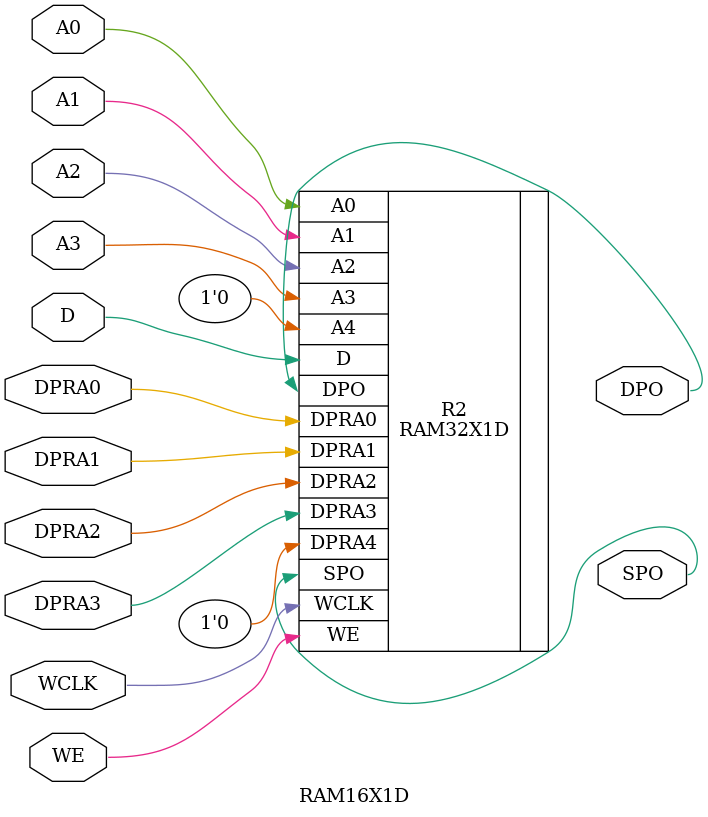
<source format=v>

`timescale  1 ps / 1 ps

module RAM16X1D (DPO, SPO, A0, A1, A2, A3, D, DPRA0, DPRA1, DPRA2, DPRA3, WCLK, WE);

    parameter [15:0] INIT = 16'h0000;
    parameter [0:0] IS_WCLK_INVERTED = 1'b0;

    output DPO, SPO;

    input  A0, A1, A2, A3, D, DPRA0, DPRA1, DPRA2, DPRA3, WCLK, WE;

    RAM32X1D #(.INIT(INIT), .IS_WCLK_INVERTED(IS_WCLK_INVERTED)) R2 (
	       .DPO (DPO),
	       .SPO (SPO),
	       .A0 (A0),
	       .A1 (A1),
	       .A2 (A2),
	       .A3 (A3),
	       .A4 (1'b0),
	       .D (D),
	       .DPRA0 (DPRA0),
	       .DPRA1 (DPRA1),
	       .DPRA2 (DPRA2),
	       .DPRA3 (DPRA3),
	       .DPRA4 (1'b0),
	       .WCLK (WCLK),
	       .WE (WE));

endmodule

</source>
